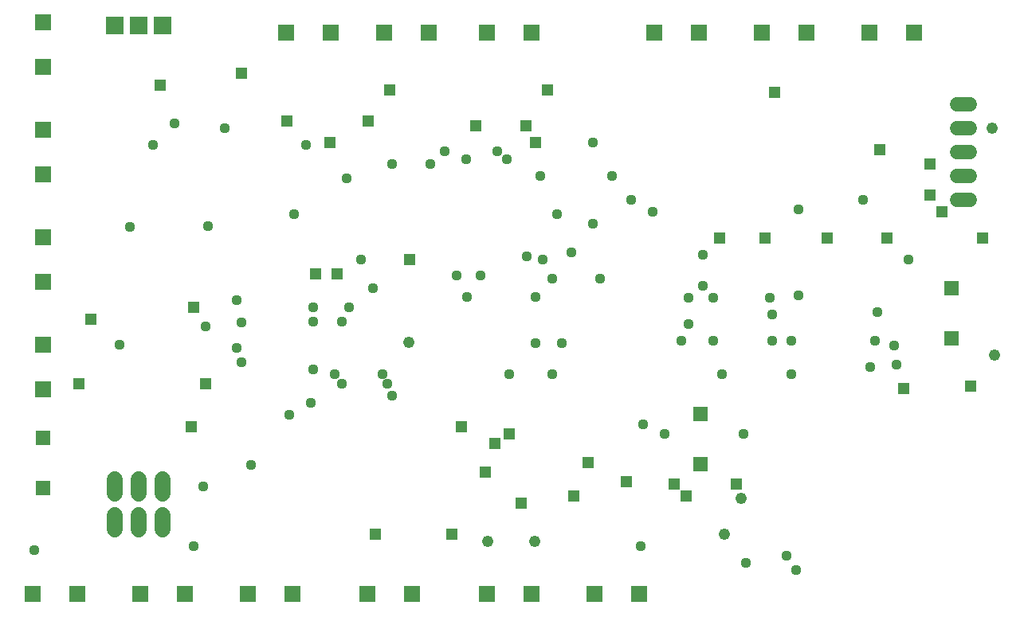
<source format=gbs>
G75*
%MOIN*%
%OFA0B0*%
%FSLAX25Y25*%
%IPPOS*%
%LPD*%
%AMOC8*
5,1,8,0,0,1.08239X$1,22.5*
%
%ADD10C,0.06000*%
%ADD11R,0.06343X0.06343*%
%ADD12R,0.07550X0.07550*%
%ADD13R,0.06950X0.06950*%
%ADD14C,0.04769*%
%ADD15C,0.06800*%
%ADD16C,0.04369*%
%ADD17R,0.04762X0.04762*%
%ADD18C,0.04762*%
D10*
X0399200Y0188495D02*
X0404400Y0188495D01*
X0404400Y0198495D02*
X0399200Y0198495D01*
X0399200Y0208495D02*
X0404400Y0208495D01*
X0404400Y0218495D02*
X0399200Y0218495D01*
X0399200Y0228495D02*
X0404400Y0228495D01*
D11*
X0396800Y0151495D03*
X0396800Y0130495D03*
X0291800Y0098995D03*
X0291800Y0077995D03*
X0016800Y0067995D03*
X0016800Y0088995D03*
D12*
X0046800Y0261495D03*
X0056800Y0261495D03*
X0066800Y0261495D03*
D13*
X0012548Y0023495D03*
X0031052Y0023495D03*
X0057548Y0023495D03*
X0076052Y0023495D03*
X0102548Y0023495D03*
X0121052Y0023495D03*
X0152548Y0023495D03*
X0171052Y0023495D03*
X0202548Y0023495D03*
X0221052Y0023495D03*
X0247548Y0023495D03*
X0266052Y0023495D03*
X0016800Y0109243D03*
X0016800Y0127747D03*
X0016800Y0154243D03*
X0016800Y0172747D03*
X0016800Y0199243D03*
X0016800Y0217747D03*
X0016800Y0244243D03*
X0016800Y0262747D03*
X0118548Y0258495D03*
X0137052Y0258495D03*
X0159548Y0258495D03*
X0178052Y0258495D03*
X0202548Y0258495D03*
X0221052Y0258495D03*
X0272548Y0258495D03*
X0291052Y0258495D03*
X0317548Y0258495D03*
X0336052Y0258495D03*
X0362548Y0258495D03*
X0381052Y0258495D03*
D14*
X0222643Y0045495D03*
X0202957Y0045495D03*
D15*
X0066800Y0050495D02*
X0066800Y0056495D01*
X0056800Y0056495D02*
X0056800Y0050495D01*
X0046800Y0050495D02*
X0046800Y0056495D01*
X0046800Y0065495D02*
X0046800Y0071495D01*
X0056800Y0071495D02*
X0056800Y0065495D01*
X0066800Y0065495D02*
X0066800Y0071495D01*
D16*
X0083800Y0068495D03*
X0103800Y0077495D03*
X0119800Y0098495D03*
X0128800Y0103495D03*
X0141800Y0111495D03*
X0138800Y0115495D03*
X0129800Y0117495D03*
X0129800Y0137495D03*
X0129800Y0143495D03*
X0141800Y0137495D03*
X0144800Y0143495D03*
X0154800Y0151495D03*
X0149800Y0163495D03*
X0121800Y0182495D03*
X0143800Y0197495D03*
X0162800Y0203495D03*
X0178800Y0203495D03*
X0184800Y0208995D03*
X0193800Y0205495D03*
X0206800Y0208995D03*
X0210800Y0205495D03*
X0224800Y0198495D03*
X0246800Y0212495D03*
X0254800Y0198495D03*
X0262800Y0188495D03*
X0271800Y0183495D03*
X0246800Y0178495D03*
X0231800Y0182495D03*
X0237800Y0166495D03*
X0225800Y0163495D03*
X0219300Y0164995D03*
X0229800Y0155495D03*
X0222800Y0147995D03*
X0199800Y0156995D03*
X0189800Y0156995D03*
X0194300Y0147995D03*
X0222800Y0128495D03*
X0233800Y0128495D03*
X0229800Y0115495D03*
X0211800Y0115495D03*
X0162800Y0106495D03*
X0160800Y0111495D03*
X0158800Y0115495D03*
X0099800Y0120495D03*
X0097800Y0126495D03*
X0099800Y0137235D03*
X0097800Y0146495D03*
X0084800Y0135495D03*
X0048800Y0127995D03*
X0053060Y0177235D03*
X0085800Y0177495D03*
X0062800Y0211495D03*
X0071800Y0220495D03*
X0092800Y0218495D03*
X0126800Y0211495D03*
X0249800Y0155495D03*
X0286800Y0147495D03*
X0292800Y0152495D03*
X0297300Y0147495D03*
X0286800Y0136495D03*
X0283800Y0129495D03*
X0297300Y0129495D03*
X0300800Y0115495D03*
X0321800Y0129495D03*
X0329800Y0129495D03*
X0321800Y0140495D03*
X0320800Y0147495D03*
X0332800Y0148495D03*
X0365800Y0141495D03*
X0364800Y0129495D03*
X0372800Y0127495D03*
X0373800Y0119495D03*
X0362800Y0118495D03*
X0329800Y0115495D03*
X0309800Y0090495D03*
X0276800Y0090495D03*
X0267800Y0094495D03*
X0266800Y0043495D03*
X0310800Y0036495D03*
X0327800Y0039495D03*
X0331800Y0033495D03*
X0378800Y0163495D03*
X0359800Y0188495D03*
X0332800Y0184495D03*
X0292800Y0165495D03*
X0079800Y0043495D03*
X0013300Y0041995D03*
D17*
X0078800Y0093495D03*
X0084800Y0111495D03*
X0036800Y0138495D03*
X0031800Y0111495D03*
X0079800Y0143495D03*
X0130800Y0157495D03*
X0139800Y0157495D03*
X0170300Y0163495D03*
X0136800Y0212495D03*
X0152800Y0221495D03*
X0161800Y0234495D03*
X0197800Y0219495D03*
X0218800Y0219495D03*
X0222800Y0212495D03*
X0227800Y0234495D03*
X0322800Y0233495D03*
X0366800Y0209495D03*
X0387800Y0203495D03*
X0387800Y0190495D03*
X0392800Y0183495D03*
X0409800Y0172495D03*
X0369800Y0172495D03*
X0344800Y0172495D03*
X0318800Y0172495D03*
X0299800Y0172495D03*
X0376800Y0109495D03*
X0404800Y0110495D03*
X0306800Y0069495D03*
X0285800Y0064495D03*
X0280800Y0069495D03*
X0260800Y0070495D03*
X0244800Y0078495D03*
X0238800Y0064495D03*
X0216800Y0061495D03*
X0201800Y0074495D03*
X0205800Y0086495D03*
X0211800Y0090495D03*
X0191800Y0093495D03*
X0187800Y0048495D03*
X0155800Y0048495D03*
X0118800Y0221495D03*
X0099800Y0241495D03*
X0065800Y0236495D03*
D18*
X0169800Y0128995D03*
X0301800Y0048495D03*
X0308800Y0063495D03*
X0414800Y0123495D03*
X0413800Y0218495D03*
M02*

</source>
